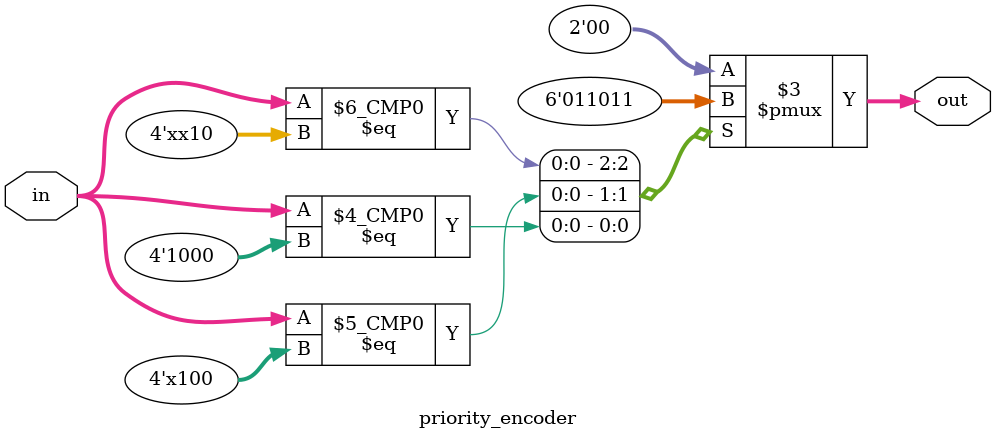
<source format=sv>
module priority_encoder(in,out);
  input [3:0] in;
  output reg [1:0] out;
  always @(*)
    begin
      out=2'b00;
      case(in)
        4'bxxx1: out=2'b00;
        4'bxx10: out=2'b01;
        4'bx100: out=2'b10;
	    4'b1000: out=2'b11;
		default: out=2'b00;
      endcase
    end
endmodule

</source>
